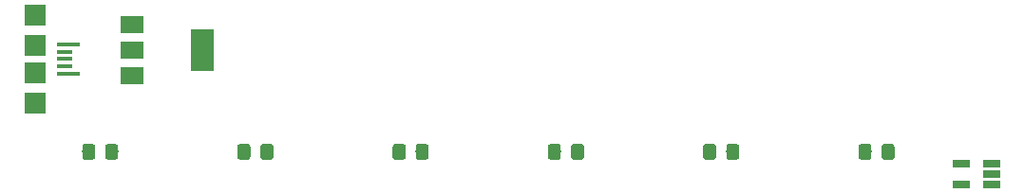
<source format=gbr>
G04 #@! TF.GenerationSoftware,KiCad,Pcbnew,(5.0.2)-1*
G04 #@! TF.CreationDate,2019-03-31T20:53:58+02:00*
G04 #@! TF.ProjectId,CCdrum,43436472-756d-42e6-9b69-6361645f7063,rev?*
G04 #@! TF.SameCoordinates,Original*
G04 #@! TF.FileFunction,Paste,Top*
G04 #@! TF.FilePolarity,Positive*
%FSLAX46Y46*%
G04 Gerber Fmt 4.6, Leading zero omitted, Abs format (unit mm)*
G04 Created by KiCad (PCBNEW (5.0.2)-1) date 31/03/2019 20:53:58*
%MOMM*%
%LPD*%
G01*
G04 APERTURE LIST*
%ADD10R,1.897380X1.897380*%
%ADD11R,2.000000X0.398780*%
%ADD12R,1.346200X0.398780*%
%ADD13C,0.100000*%
%ADD14C,1.150000*%
%ADD15R,2.000000X3.800000*%
%ADD16R,2.000000X1.500000*%
%ADD17R,1.560000X0.650000*%
G04 APERTURE END LIST*
D10*
G04 #@! TO.C,J1*
X31500000Y-131601120D03*
X31500000Y-133998880D03*
X31500000Y-136749700D03*
X31500000Y-128850300D03*
D11*
X34500250Y-131499520D03*
D12*
X34174620Y-132152300D03*
X34174620Y-132800000D03*
X34174620Y-133447700D03*
D11*
X34500250Y-134100480D03*
G04 #@! TD*
D13*
G04 #@! TO.C,D4*
G36*
X80194505Y-140401204D02*
X80218773Y-140404804D01*
X80242572Y-140410765D01*
X80265671Y-140419030D01*
X80287850Y-140429520D01*
X80308893Y-140442132D01*
X80328599Y-140456747D01*
X80346777Y-140473223D01*
X80363253Y-140491401D01*
X80377868Y-140511107D01*
X80390480Y-140532150D01*
X80400970Y-140554329D01*
X80409235Y-140577428D01*
X80415196Y-140601227D01*
X80418796Y-140625495D01*
X80420000Y-140649999D01*
X80420000Y-141550001D01*
X80418796Y-141574505D01*
X80415196Y-141598773D01*
X80409235Y-141622572D01*
X80400970Y-141645671D01*
X80390480Y-141667850D01*
X80377868Y-141688893D01*
X80363253Y-141708599D01*
X80346777Y-141726777D01*
X80328599Y-141743253D01*
X80308893Y-141757868D01*
X80287850Y-141770480D01*
X80265671Y-141780970D01*
X80242572Y-141789235D01*
X80218773Y-141795196D01*
X80194505Y-141798796D01*
X80170001Y-141800000D01*
X79519999Y-141800000D01*
X79495495Y-141798796D01*
X79471227Y-141795196D01*
X79447428Y-141789235D01*
X79424329Y-141780970D01*
X79402150Y-141770480D01*
X79381107Y-141757868D01*
X79361401Y-141743253D01*
X79343223Y-141726777D01*
X79326747Y-141708599D01*
X79312132Y-141688893D01*
X79299520Y-141667850D01*
X79289030Y-141645671D01*
X79280765Y-141622572D01*
X79274804Y-141598773D01*
X79271204Y-141574505D01*
X79270000Y-141550001D01*
X79270000Y-140649999D01*
X79271204Y-140625495D01*
X79274804Y-140601227D01*
X79280765Y-140577428D01*
X79289030Y-140554329D01*
X79299520Y-140532150D01*
X79312132Y-140511107D01*
X79326747Y-140491401D01*
X79343223Y-140473223D01*
X79361401Y-140456747D01*
X79381107Y-140442132D01*
X79402150Y-140429520D01*
X79424329Y-140419030D01*
X79447428Y-140410765D01*
X79471227Y-140404804D01*
X79495495Y-140401204D01*
X79519999Y-140400000D01*
X80170001Y-140400000D01*
X80194505Y-140401204D01*
X80194505Y-140401204D01*
G37*
D14*
X79845000Y-141100000D03*
D13*
G36*
X78144505Y-140401204D02*
X78168773Y-140404804D01*
X78192572Y-140410765D01*
X78215671Y-140419030D01*
X78237850Y-140429520D01*
X78258893Y-140442132D01*
X78278599Y-140456747D01*
X78296777Y-140473223D01*
X78313253Y-140491401D01*
X78327868Y-140511107D01*
X78340480Y-140532150D01*
X78350970Y-140554329D01*
X78359235Y-140577428D01*
X78365196Y-140601227D01*
X78368796Y-140625495D01*
X78370000Y-140649999D01*
X78370000Y-141550001D01*
X78368796Y-141574505D01*
X78365196Y-141598773D01*
X78359235Y-141622572D01*
X78350970Y-141645671D01*
X78340480Y-141667850D01*
X78327868Y-141688893D01*
X78313253Y-141708599D01*
X78296777Y-141726777D01*
X78278599Y-141743253D01*
X78258893Y-141757868D01*
X78237850Y-141770480D01*
X78215671Y-141780970D01*
X78192572Y-141789235D01*
X78168773Y-141795196D01*
X78144505Y-141798796D01*
X78120001Y-141800000D01*
X77469999Y-141800000D01*
X77445495Y-141798796D01*
X77421227Y-141795196D01*
X77397428Y-141789235D01*
X77374329Y-141780970D01*
X77352150Y-141770480D01*
X77331107Y-141757868D01*
X77311401Y-141743253D01*
X77293223Y-141726777D01*
X77276747Y-141708599D01*
X77262132Y-141688893D01*
X77249520Y-141667850D01*
X77239030Y-141645671D01*
X77230765Y-141622572D01*
X77224804Y-141598773D01*
X77221204Y-141574505D01*
X77220000Y-141550001D01*
X77220000Y-140649999D01*
X77221204Y-140625495D01*
X77224804Y-140601227D01*
X77230765Y-140577428D01*
X77239030Y-140554329D01*
X77249520Y-140532150D01*
X77262132Y-140511107D01*
X77276747Y-140491401D01*
X77293223Y-140473223D01*
X77311401Y-140456747D01*
X77331107Y-140442132D01*
X77352150Y-140429520D01*
X77374329Y-140419030D01*
X77397428Y-140410765D01*
X77421227Y-140404804D01*
X77445495Y-140401204D01*
X77469999Y-140400000D01*
X78120001Y-140400000D01*
X78144505Y-140401204D01*
X78144505Y-140401204D01*
G37*
D14*
X77795000Y-141100000D03*
G04 #@! TD*
D13*
G04 #@! TO.C,D1*
G36*
X36624505Y-140401204D02*
X36648773Y-140404804D01*
X36672572Y-140410765D01*
X36695671Y-140419030D01*
X36717850Y-140429520D01*
X36738893Y-140442132D01*
X36758599Y-140456747D01*
X36776777Y-140473223D01*
X36793253Y-140491401D01*
X36807868Y-140511107D01*
X36820480Y-140532150D01*
X36830970Y-140554329D01*
X36839235Y-140577428D01*
X36845196Y-140601227D01*
X36848796Y-140625495D01*
X36850000Y-140649999D01*
X36850000Y-141550001D01*
X36848796Y-141574505D01*
X36845196Y-141598773D01*
X36839235Y-141622572D01*
X36830970Y-141645671D01*
X36820480Y-141667850D01*
X36807868Y-141688893D01*
X36793253Y-141708599D01*
X36776777Y-141726777D01*
X36758599Y-141743253D01*
X36738893Y-141757868D01*
X36717850Y-141770480D01*
X36695671Y-141780970D01*
X36672572Y-141789235D01*
X36648773Y-141795196D01*
X36624505Y-141798796D01*
X36600001Y-141800000D01*
X35949999Y-141800000D01*
X35925495Y-141798796D01*
X35901227Y-141795196D01*
X35877428Y-141789235D01*
X35854329Y-141780970D01*
X35832150Y-141770480D01*
X35811107Y-141757868D01*
X35791401Y-141743253D01*
X35773223Y-141726777D01*
X35756747Y-141708599D01*
X35742132Y-141688893D01*
X35729520Y-141667850D01*
X35719030Y-141645671D01*
X35710765Y-141622572D01*
X35704804Y-141598773D01*
X35701204Y-141574505D01*
X35700000Y-141550001D01*
X35700000Y-140649999D01*
X35701204Y-140625495D01*
X35704804Y-140601227D01*
X35710765Y-140577428D01*
X35719030Y-140554329D01*
X35729520Y-140532150D01*
X35742132Y-140511107D01*
X35756747Y-140491401D01*
X35773223Y-140473223D01*
X35791401Y-140456747D01*
X35811107Y-140442132D01*
X35832150Y-140429520D01*
X35854329Y-140419030D01*
X35877428Y-140410765D01*
X35901227Y-140404804D01*
X35925495Y-140401204D01*
X35949999Y-140400000D01*
X36600001Y-140400000D01*
X36624505Y-140401204D01*
X36624505Y-140401204D01*
G37*
D14*
X36275000Y-141100000D03*
D13*
G36*
X38674505Y-140401204D02*
X38698773Y-140404804D01*
X38722572Y-140410765D01*
X38745671Y-140419030D01*
X38767850Y-140429520D01*
X38788893Y-140442132D01*
X38808599Y-140456747D01*
X38826777Y-140473223D01*
X38843253Y-140491401D01*
X38857868Y-140511107D01*
X38870480Y-140532150D01*
X38880970Y-140554329D01*
X38889235Y-140577428D01*
X38895196Y-140601227D01*
X38898796Y-140625495D01*
X38900000Y-140649999D01*
X38900000Y-141550001D01*
X38898796Y-141574505D01*
X38895196Y-141598773D01*
X38889235Y-141622572D01*
X38880970Y-141645671D01*
X38870480Y-141667850D01*
X38857868Y-141688893D01*
X38843253Y-141708599D01*
X38826777Y-141726777D01*
X38808599Y-141743253D01*
X38788893Y-141757868D01*
X38767850Y-141770480D01*
X38745671Y-141780970D01*
X38722572Y-141789235D01*
X38698773Y-141795196D01*
X38674505Y-141798796D01*
X38650001Y-141800000D01*
X37999999Y-141800000D01*
X37975495Y-141798796D01*
X37951227Y-141795196D01*
X37927428Y-141789235D01*
X37904329Y-141780970D01*
X37882150Y-141770480D01*
X37861107Y-141757868D01*
X37841401Y-141743253D01*
X37823223Y-141726777D01*
X37806747Y-141708599D01*
X37792132Y-141688893D01*
X37779520Y-141667850D01*
X37769030Y-141645671D01*
X37760765Y-141622572D01*
X37754804Y-141598773D01*
X37751204Y-141574505D01*
X37750000Y-141550001D01*
X37750000Y-140649999D01*
X37751204Y-140625495D01*
X37754804Y-140601227D01*
X37760765Y-140577428D01*
X37769030Y-140554329D01*
X37779520Y-140532150D01*
X37792132Y-140511107D01*
X37806747Y-140491401D01*
X37823223Y-140473223D01*
X37841401Y-140456747D01*
X37861107Y-140442132D01*
X37882150Y-140429520D01*
X37904329Y-140419030D01*
X37927428Y-140410765D01*
X37951227Y-140404804D01*
X37975495Y-140401204D01*
X37999999Y-140400000D01*
X38650001Y-140400000D01*
X38674505Y-140401204D01*
X38674505Y-140401204D01*
G37*
D14*
X38325000Y-141100000D03*
G04 #@! TD*
D13*
G04 #@! TO.C,D3*
G36*
X66354505Y-140401204D02*
X66378773Y-140404804D01*
X66402572Y-140410765D01*
X66425671Y-140419030D01*
X66447850Y-140429520D01*
X66468893Y-140442132D01*
X66488599Y-140456747D01*
X66506777Y-140473223D01*
X66523253Y-140491401D01*
X66537868Y-140511107D01*
X66550480Y-140532150D01*
X66560970Y-140554329D01*
X66569235Y-140577428D01*
X66575196Y-140601227D01*
X66578796Y-140625495D01*
X66580000Y-140649999D01*
X66580000Y-141550001D01*
X66578796Y-141574505D01*
X66575196Y-141598773D01*
X66569235Y-141622572D01*
X66560970Y-141645671D01*
X66550480Y-141667850D01*
X66537868Y-141688893D01*
X66523253Y-141708599D01*
X66506777Y-141726777D01*
X66488599Y-141743253D01*
X66468893Y-141757868D01*
X66447850Y-141770480D01*
X66425671Y-141780970D01*
X66402572Y-141789235D01*
X66378773Y-141795196D01*
X66354505Y-141798796D01*
X66330001Y-141800000D01*
X65679999Y-141800000D01*
X65655495Y-141798796D01*
X65631227Y-141795196D01*
X65607428Y-141789235D01*
X65584329Y-141780970D01*
X65562150Y-141770480D01*
X65541107Y-141757868D01*
X65521401Y-141743253D01*
X65503223Y-141726777D01*
X65486747Y-141708599D01*
X65472132Y-141688893D01*
X65459520Y-141667850D01*
X65449030Y-141645671D01*
X65440765Y-141622572D01*
X65434804Y-141598773D01*
X65431204Y-141574505D01*
X65430000Y-141550001D01*
X65430000Y-140649999D01*
X65431204Y-140625495D01*
X65434804Y-140601227D01*
X65440765Y-140577428D01*
X65449030Y-140554329D01*
X65459520Y-140532150D01*
X65472132Y-140511107D01*
X65486747Y-140491401D01*
X65503223Y-140473223D01*
X65521401Y-140456747D01*
X65541107Y-140442132D01*
X65562150Y-140429520D01*
X65584329Y-140419030D01*
X65607428Y-140410765D01*
X65631227Y-140404804D01*
X65655495Y-140401204D01*
X65679999Y-140400000D01*
X66330001Y-140400000D01*
X66354505Y-140401204D01*
X66354505Y-140401204D01*
G37*
D14*
X66005000Y-141100000D03*
D13*
G36*
X64304505Y-140401204D02*
X64328773Y-140404804D01*
X64352572Y-140410765D01*
X64375671Y-140419030D01*
X64397850Y-140429520D01*
X64418893Y-140442132D01*
X64438599Y-140456747D01*
X64456777Y-140473223D01*
X64473253Y-140491401D01*
X64487868Y-140511107D01*
X64500480Y-140532150D01*
X64510970Y-140554329D01*
X64519235Y-140577428D01*
X64525196Y-140601227D01*
X64528796Y-140625495D01*
X64530000Y-140649999D01*
X64530000Y-141550001D01*
X64528796Y-141574505D01*
X64525196Y-141598773D01*
X64519235Y-141622572D01*
X64510970Y-141645671D01*
X64500480Y-141667850D01*
X64487868Y-141688893D01*
X64473253Y-141708599D01*
X64456777Y-141726777D01*
X64438599Y-141743253D01*
X64418893Y-141757868D01*
X64397850Y-141770480D01*
X64375671Y-141780970D01*
X64352572Y-141789235D01*
X64328773Y-141795196D01*
X64304505Y-141798796D01*
X64280001Y-141800000D01*
X63629999Y-141800000D01*
X63605495Y-141798796D01*
X63581227Y-141795196D01*
X63557428Y-141789235D01*
X63534329Y-141780970D01*
X63512150Y-141770480D01*
X63491107Y-141757868D01*
X63471401Y-141743253D01*
X63453223Y-141726777D01*
X63436747Y-141708599D01*
X63422132Y-141688893D01*
X63409520Y-141667850D01*
X63399030Y-141645671D01*
X63390765Y-141622572D01*
X63384804Y-141598773D01*
X63381204Y-141574505D01*
X63380000Y-141550001D01*
X63380000Y-140649999D01*
X63381204Y-140625495D01*
X63384804Y-140601227D01*
X63390765Y-140577428D01*
X63399030Y-140554329D01*
X63409520Y-140532150D01*
X63422132Y-140511107D01*
X63436747Y-140491401D01*
X63453223Y-140473223D01*
X63471401Y-140456747D01*
X63491107Y-140442132D01*
X63512150Y-140429520D01*
X63534329Y-140419030D01*
X63557428Y-140410765D01*
X63581227Y-140404804D01*
X63605495Y-140401204D01*
X63629999Y-140400000D01*
X64280001Y-140400000D01*
X64304505Y-140401204D01*
X64304505Y-140401204D01*
G37*
D14*
X63955000Y-141100000D03*
G04 #@! TD*
D13*
G04 #@! TO.C,D5*
G36*
X91984505Y-140401204D02*
X92008773Y-140404804D01*
X92032572Y-140410765D01*
X92055671Y-140419030D01*
X92077850Y-140429520D01*
X92098893Y-140442132D01*
X92118599Y-140456747D01*
X92136777Y-140473223D01*
X92153253Y-140491401D01*
X92167868Y-140511107D01*
X92180480Y-140532150D01*
X92190970Y-140554329D01*
X92199235Y-140577428D01*
X92205196Y-140601227D01*
X92208796Y-140625495D01*
X92210000Y-140649999D01*
X92210000Y-141550001D01*
X92208796Y-141574505D01*
X92205196Y-141598773D01*
X92199235Y-141622572D01*
X92190970Y-141645671D01*
X92180480Y-141667850D01*
X92167868Y-141688893D01*
X92153253Y-141708599D01*
X92136777Y-141726777D01*
X92118599Y-141743253D01*
X92098893Y-141757868D01*
X92077850Y-141770480D01*
X92055671Y-141780970D01*
X92032572Y-141789235D01*
X92008773Y-141795196D01*
X91984505Y-141798796D01*
X91960001Y-141800000D01*
X91309999Y-141800000D01*
X91285495Y-141798796D01*
X91261227Y-141795196D01*
X91237428Y-141789235D01*
X91214329Y-141780970D01*
X91192150Y-141770480D01*
X91171107Y-141757868D01*
X91151401Y-141743253D01*
X91133223Y-141726777D01*
X91116747Y-141708599D01*
X91102132Y-141688893D01*
X91089520Y-141667850D01*
X91079030Y-141645671D01*
X91070765Y-141622572D01*
X91064804Y-141598773D01*
X91061204Y-141574505D01*
X91060000Y-141550001D01*
X91060000Y-140649999D01*
X91061204Y-140625495D01*
X91064804Y-140601227D01*
X91070765Y-140577428D01*
X91079030Y-140554329D01*
X91089520Y-140532150D01*
X91102132Y-140511107D01*
X91116747Y-140491401D01*
X91133223Y-140473223D01*
X91151401Y-140456747D01*
X91171107Y-140442132D01*
X91192150Y-140429520D01*
X91214329Y-140419030D01*
X91237428Y-140410765D01*
X91261227Y-140404804D01*
X91285495Y-140401204D01*
X91309999Y-140400000D01*
X91960001Y-140400000D01*
X91984505Y-140401204D01*
X91984505Y-140401204D01*
G37*
D14*
X91635000Y-141100000D03*
D13*
G36*
X94034505Y-140401204D02*
X94058773Y-140404804D01*
X94082572Y-140410765D01*
X94105671Y-140419030D01*
X94127850Y-140429520D01*
X94148893Y-140442132D01*
X94168599Y-140456747D01*
X94186777Y-140473223D01*
X94203253Y-140491401D01*
X94217868Y-140511107D01*
X94230480Y-140532150D01*
X94240970Y-140554329D01*
X94249235Y-140577428D01*
X94255196Y-140601227D01*
X94258796Y-140625495D01*
X94260000Y-140649999D01*
X94260000Y-141550001D01*
X94258796Y-141574505D01*
X94255196Y-141598773D01*
X94249235Y-141622572D01*
X94240970Y-141645671D01*
X94230480Y-141667850D01*
X94217868Y-141688893D01*
X94203253Y-141708599D01*
X94186777Y-141726777D01*
X94168599Y-141743253D01*
X94148893Y-141757868D01*
X94127850Y-141770480D01*
X94105671Y-141780970D01*
X94082572Y-141789235D01*
X94058773Y-141795196D01*
X94034505Y-141798796D01*
X94010001Y-141800000D01*
X93359999Y-141800000D01*
X93335495Y-141798796D01*
X93311227Y-141795196D01*
X93287428Y-141789235D01*
X93264329Y-141780970D01*
X93242150Y-141770480D01*
X93221107Y-141757868D01*
X93201401Y-141743253D01*
X93183223Y-141726777D01*
X93166747Y-141708599D01*
X93152132Y-141688893D01*
X93139520Y-141667850D01*
X93129030Y-141645671D01*
X93120765Y-141622572D01*
X93114804Y-141598773D01*
X93111204Y-141574505D01*
X93110000Y-141550001D01*
X93110000Y-140649999D01*
X93111204Y-140625495D01*
X93114804Y-140601227D01*
X93120765Y-140577428D01*
X93129030Y-140554329D01*
X93139520Y-140532150D01*
X93152132Y-140511107D01*
X93166747Y-140491401D01*
X93183223Y-140473223D01*
X93201401Y-140456747D01*
X93221107Y-140442132D01*
X93242150Y-140429520D01*
X93264329Y-140419030D01*
X93287428Y-140410765D01*
X93311227Y-140404804D01*
X93335495Y-140401204D01*
X93359999Y-140400000D01*
X94010001Y-140400000D01*
X94034505Y-140401204D01*
X94034505Y-140401204D01*
G37*
D14*
X93685000Y-141100000D03*
G04 #@! TD*
D13*
G04 #@! TO.C,D6*
G36*
X107874505Y-140401204D02*
X107898773Y-140404804D01*
X107922572Y-140410765D01*
X107945671Y-140419030D01*
X107967850Y-140429520D01*
X107988893Y-140442132D01*
X108008599Y-140456747D01*
X108026777Y-140473223D01*
X108043253Y-140491401D01*
X108057868Y-140511107D01*
X108070480Y-140532150D01*
X108080970Y-140554329D01*
X108089235Y-140577428D01*
X108095196Y-140601227D01*
X108098796Y-140625495D01*
X108100000Y-140649999D01*
X108100000Y-141550001D01*
X108098796Y-141574505D01*
X108095196Y-141598773D01*
X108089235Y-141622572D01*
X108080970Y-141645671D01*
X108070480Y-141667850D01*
X108057868Y-141688893D01*
X108043253Y-141708599D01*
X108026777Y-141726777D01*
X108008599Y-141743253D01*
X107988893Y-141757868D01*
X107967850Y-141770480D01*
X107945671Y-141780970D01*
X107922572Y-141789235D01*
X107898773Y-141795196D01*
X107874505Y-141798796D01*
X107850001Y-141800000D01*
X107199999Y-141800000D01*
X107175495Y-141798796D01*
X107151227Y-141795196D01*
X107127428Y-141789235D01*
X107104329Y-141780970D01*
X107082150Y-141770480D01*
X107061107Y-141757868D01*
X107041401Y-141743253D01*
X107023223Y-141726777D01*
X107006747Y-141708599D01*
X106992132Y-141688893D01*
X106979520Y-141667850D01*
X106969030Y-141645671D01*
X106960765Y-141622572D01*
X106954804Y-141598773D01*
X106951204Y-141574505D01*
X106950000Y-141550001D01*
X106950000Y-140649999D01*
X106951204Y-140625495D01*
X106954804Y-140601227D01*
X106960765Y-140577428D01*
X106969030Y-140554329D01*
X106979520Y-140532150D01*
X106992132Y-140511107D01*
X107006747Y-140491401D01*
X107023223Y-140473223D01*
X107041401Y-140456747D01*
X107061107Y-140442132D01*
X107082150Y-140429520D01*
X107104329Y-140419030D01*
X107127428Y-140410765D01*
X107151227Y-140404804D01*
X107175495Y-140401204D01*
X107199999Y-140400000D01*
X107850001Y-140400000D01*
X107874505Y-140401204D01*
X107874505Y-140401204D01*
G37*
D14*
X107525000Y-141100000D03*
D13*
G36*
X105824505Y-140401204D02*
X105848773Y-140404804D01*
X105872572Y-140410765D01*
X105895671Y-140419030D01*
X105917850Y-140429520D01*
X105938893Y-140442132D01*
X105958599Y-140456747D01*
X105976777Y-140473223D01*
X105993253Y-140491401D01*
X106007868Y-140511107D01*
X106020480Y-140532150D01*
X106030970Y-140554329D01*
X106039235Y-140577428D01*
X106045196Y-140601227D01*
X106048796Y-140625495D01*
X106050000Y-140649999D01*
X106050000Y-141550001D01*
X106048796Y-141574505D01*
X106045196Y-141598773D01*
X106039235Y-141622572D01*
X106030970Y-141645671D01*
X106020480Y-141667850D01*
X106007868Y-141688893D01*
X105993253Y-141708599D01*
X105976777Y-141726777D01*
X105958599Y-141743253D01*
X105938893Y-141757868D01*
X105917850Y-141770480D01*
X105895671Y-141780970D01*
X105872572Y-141789235D01*
X105848773Y-141795196D01*
X105824505Y-141798796D01*
X105800001Y-141800000D01*
X105149999Y-141800000D01*
X105125495Y-141798796D01*
X105101227Y-141795196D01*
X105077428Y-141789235D01*
X105054329Y-141780970D01*
X105032150Y-141770480D01*
X105011107Y-141757868D01*
X104991401Y-141743253D01*
X104973223Y-141726777D01*
X104956747Y-141708599D01*
X104942132Y-141688893D01*
X104929520Y-141667850D01*
X104919030Y-141645671D01*
X104910765Y-141622572D01*
X104904804Y-141598773D01*
X104901204Y-141574505D01*
X104900000Y-141550001D01*
X104900000Y-140649999D01*
X104901204Y-140625495D01*
X104904804Y-140601227D01*
X104910765Y-140577428D01*
X104919030Y-140554329D01*
X104929520Y-140532150D01*
X104942132Y-140511107D01*
X104956747Y-140491401D01*
X104973223Y-140473223D01*
X104991401Y-140456747D01*
X105011107Y-140442132D01*
X105032150Y-140429520D01*
X105054329Y-140419030D01*
X105077428Y-140410765D01*
X105101227Y-140404804D01*
X105125495Y-140401204D01*
X105149999Y-140400000D01*
X105800001Y-140400000D01*
X105824505Y-140401204D01*
X105824505Y-140401204D01*
G37*
D14*
X105475000Y-141100000D03*
G04 #@! TD*
D13*
G04 #@! TO.C,D2*
G36*
X50464505Y-140401204D02*
X50488773Y-140404804D01*
X50512572Y-140410765D01*
X50535671Y-140419030D01*
X50557850Y-140429520D01*
X50578893Y-140442132D01*
X50598599Y-140456747D01*
X50616777Y-140473223D01*
X50633253Y-140491401D01*
X50647868Y-140511107D01*
X50660480Y-140532150D01*
X50670970Y-140554329D01*
X50679235Y-140577428D01*
X50685196Y-140601227D01*
X50688796Y-140625495D01*
X50690000Y-140649999D01*
X50690000Y-141550001D01*
X50688796Y-141574505D01*
X50685196Y-141598773D01*
X50679235Y-141622572D01*
X50670970Y-141645671D01*
X50660480Y-141667850D01*
X50647868Y-141688893D01*
X50633253Y-141708599D01*
X50616777Y-141726777D01*
X50598599Y-141743253D01*
X50578893Y-141757868D01*
X50557850Y-141770480D01*
X50535671Y-141780970D01*
X50512572Y-141789235D01*
X50488773Y-141795196D01*
X50464505Y-141798796D01*
X50440001Y-141800000D01*
X49789999Y-141800000D01*
X49765495Y-141798796D01*
X49741227Y-141795196D01*
X49717428Y-141789235D01*
X49694329Y-141780970D01*
X49672150Y-141770480D01*
X49651107Y-141757868D01*
X49631401Y-141743253D01*
X49613223Y-141726777D01*
X49596747Y-141708599D01*
X49582132Y-141688893D01*
X49569520Y-141667850D01*
X49559030Y-141645671D01*
X49550765Y-141622572D01*
X49544804Y-141598773D01*
X49541204Y-141574505D01*
X49540000Y-141550001D01*
X49540000Y-140649999D01*
X49541204Y-140625495D01*
X49544804Y-140601227D01*
X49550765Y-140577428D01*
X49559030Y-140554329D01*
X49569520Y-140532150D01*
X49582132Y-140511107D01*
X49596747Y-140491401D01*
X49613223Y-140473223D01*
X49631401Y-140456747D01*
X49651107Y-140442132D01*
X49672150Y-140429520D01*
X49694329Y-140419030D01*
X49717428Y-140410765D01*
X49741227Y-140404804D01*
X49765495Y-140401204D01*
X49789999Y-140400000D01*
X50440001Y-140400000D01*
X50464505Y-140401204D01*
X50464505Y-140401204D01*
G37*
D14*
X50115000Y-141100000D03*
D13*
G36*
X52514505Y-140401204D02*
X52538773Y-140404804D01*
X52562572Y-140410765D01*
X52585671Y-140419030D01*
X52607850Y-140429520D01*
X52628893Y-140442132D01*
X52648599Y-140456747D01*
X52666777Y-140473223D01*
X52683253Y-140491401D01*
X52697868Y-140511107D01*
X52710480Y-140532150D01*
X52720970Y-140554329D01*
X52729235Y-140577428D01*
X52735196Y-140601227D01*
X52738796Y-140625495D01*
X52740000Y-140649999D01*
X52740000Y-141550001D01*
X52738796Y-141574505D01*
X52735196Y-141598773D01*
X52729235Y-141622572D01*
X52720970Y-141645671D01*
X52710480Y-141667850D01*
X52697868Y-141688893D01*
X52683253Y-141708599D01*
X52666777Y-141726777D01*
X52648599Y-141743253D01*
X52628893Y-141757868D01*
X52607850Y-141770480D01*
X52585671Y-141780970D01*
X52562572Y-141789235D01*
X52538773Y-141795196D01*
X52514505Y-141798796D01*
X52490001Y-141800000D01*
X51839999Y-141800000D01*
X51815495Y-141798796D01*
X51791227Y-141795196D01*
X51767428Y-141789235D01*
X51744329Y-141780970D01*
X51722150Y-141770480D01*
X51701107Y-141757868D01*
X51681401Y-141743253D01*
X51663223Y-141726777D01*
X51646747Y-141708599D01*
X51632132Y-141688893D01*
X51619520Y-141667850D01*
X51609030Y-141645671D01*
X51600765Y-141622572D01*
X51594804Y-141598773D01*
X51591204Y-141574505D01*
X51590000Y-141550001D01*
X51590000Y-140649999D01*
X51591204Y-140625495D01*
X51594804Y-140601227D01*
X51600765Y-140577428D01*
X51609030Y-140554329D01*
X51619520Y-140532150D01*
X51632132Y-140511107D01*
X51646747Y-140491401D01*
X51663223Y-140473223D01*
X51681401Y-140456747D01*
X51701107Y-140442132D01*
X51722150Y-140429520D01*
X51744329Y-140419030D01*
X51767428Y-140410765D01*
X51791227Y-140404804D01*
X51815495Y-140401204D01*
X51839999Y-140400000D01*
X52490001Y-140400000D01*
X52514505Y-140401204D01*
X52514505Y-140401204D01*
G37*
D14*
X52165000Y-141100000D03*
G04 #@! TD*
D15*
G04 #@! TO.C,U2*
X46450000Y-132000000D03*
D16*
X40150000Y-132000000D03*
X40150000Y-134300000D03*
X40150000Y-129700000D03*
G04 #@! TD*
D17*
G04 #@! TO.C,U3*
X116750000Y-144050000D03*
X116750000Y-143100000D03*
X116750000Y-142150000D03*
X114050000Y-142150000D03*
X114050000Y-144050000D03*
G04 #@! TD*
M02*

</source>
